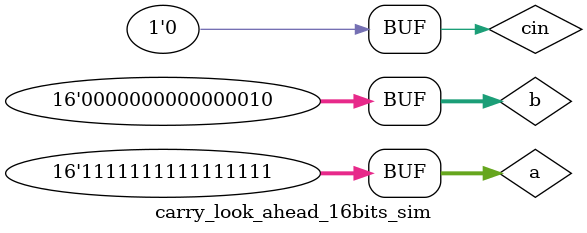
<source format=v>
`timescale 1ns / 1ps


module carry_look_ahead_16bits_sim();
    reg [15:0] a,b;
    reg cin;
    wire [15:0] sum;
    wire cout;
 
    carry_look_ahead_16bits module1(a, b, cin, sum, cout);
 
    initial begin
        a=0; b=0; cin=0;
        //0 + 0 + cin = 1 
        #10 a=16'd0; b=16'd0; cin=1'd1;
        
        //1 + 1 = 2
        #10 a=16'd1; b=16'd1; cin=1'd0;
        
        // 20 + 30 + 1 = 51
        #10 a=16'd14; b=16'd1; cin=1'd1;
    
        //999 + 0 + cin = 1000
        #10 a=16'd999; b=16'd0; cin=1'd1;
        
        //65535 + 2 = 1 + cout
        #10 a=16'd65535; b=16'd2; cin=1'd0;
    
    end
 
endmodule

</source>
